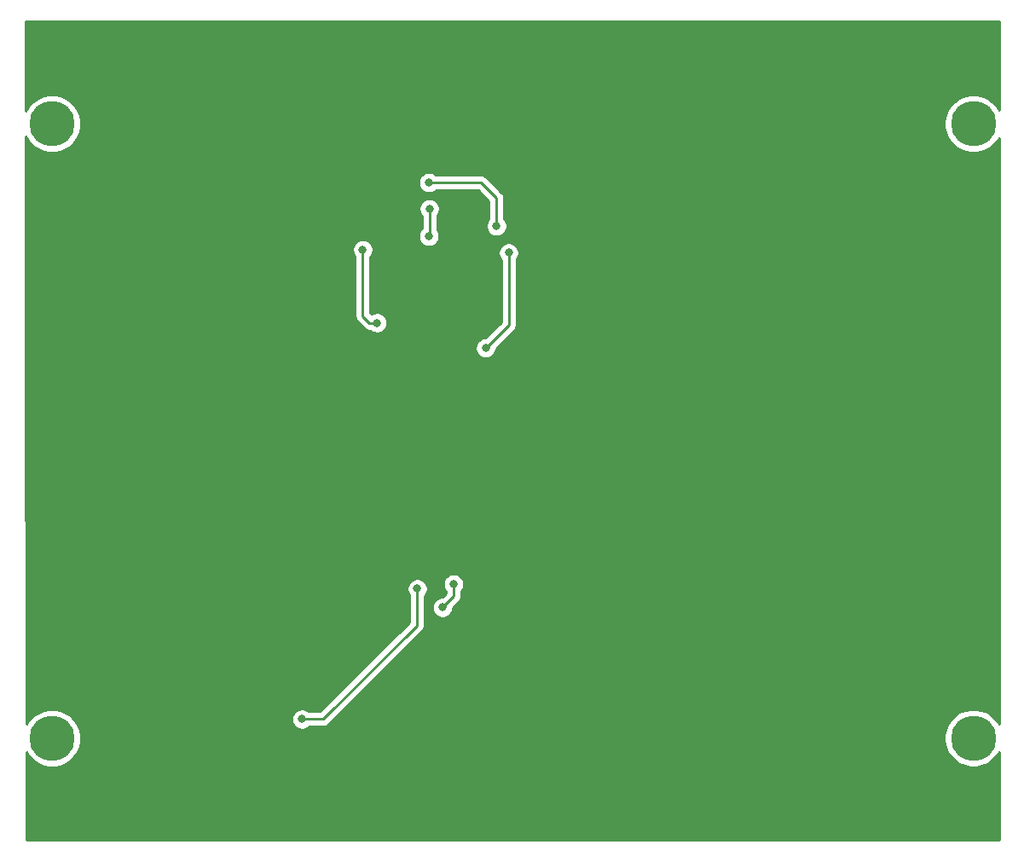
<source format=gbr>
G04 #@! TF.GenerationSoftware,KiCad,Pcbnew,(5.1.2)-2*
G04 #@! TF.CreationDate,2021-12-15T08:56:33-03:00*
G04 #@! TF.ProjectId,MAG_Plus,4d41475f-506c-4757-932e-6b696361645f,rev?*
G04 #@! TF.SameCoordinates,Original*
G04 #@! TF.FileFunction,Copper,L1,Top*
G04 #@! TF.FilePolarity,Positive*
%FSLAX46Y46*%
G04 Gerber Fmt 4.6, Leading zero omitted, Abs format (unit mm)*
G04 Created by KiCad (PCBNEW (5.1.2)-2) date 2021-12-15 08:56:33*
%MOMM*%
%LPD*%
G04 APERTURE LIST*
%ADD10C,4.500000*%
%ADD11C,0.800000*%
%ADD12C,0.250000*%
%ADD13C,0.254000*%
G04 APERTURE END LIST*
D10*
X15260000Y-22800000D03*
X106760000Y-83800000D03*
X15260000Y-83810000D03*
X106760000Y-22800000D03*
D11*
X54049998Y-70820000D03*
X55149998Y-68520000D03*
X40100000Y-81920000D03*
X51550000Y-68970000D03*
X58340000Y-45070000D03*
X52750000Y-31230000D03*
X52690000Y-33980000D03*
X59410000Y-32950000D03*
X52690000Y-28640000D03*
X60624990Y-35600000D03*
X46130000Y-35300000D03*
X47550000Y-42570000D03*
D12*
X55149998Y-69085685D02*
X55149998Y-68520000D01*
X55149998Y-69720000D02*
X55149998Y-69085685D01*
X54049998Y-70820000D02*
X55149998Y-69720000D01*
X51500000Y-69020000D02*
X51550000Y-68970000D01*
X51500000Y-72620000D02*
X51500000Y-69020000D01*
X40100000Y-81920000D02*
X42200000Y-81920000D01*
X42200000Y-81920000D02*
X51500000Y-72620000D01*
X52750000Y-31230000D02*
X52750000Y-33920000D01*
X52750000Y-33920000D02*
X52690000Y-33980000D01*
X57890000Y-28640000D02*
X52690000Y-28640000D01*
X59420000Y-30170000D02*
X57890000Y-28640000D01*
X59420000Y-30300000D02*
X59420000Y-30170000D01*
X59410000Y-32950000D02*
X59410000Y-30310000D01*
X59410000Y-30310000D02*
X59420000Y-30300000D01*
X60624990Y-36165685D02*
X60624990Y-35600000D01*
X60624990Y-42785010D02*
X60624990Y-36165685D01*
X58340000Y-45070000D02*
X60624990Y-42785010D01*
X46810000Y-42570000D02*
X47550000Y-42570000D01*
X46130000Y-35300000D02*
X46130000Y-41890000D01*
X46130000Y-41890000D02*
X46810000Y-42570000D01*
D13*
G36*
X109300000Y-21408516D02*
G01*
X109000926Y-20960920D01*
X108599080Y-20559074D01*
X108126560Y-20243346D01*
X107601523Y-20025869D01*
X107044148Y-19915000D01*
X106475852Y-19915000D01*
X105918477Y-20025869D01*
X105393440Y-20243346D01*
X104920920Y-20559074D01*
X104519074Y-20960920D01*
X104203346Y-21433440D01*
X103985869Y-21958477D01*
X103875000Y-22515852D01*
X103875000Y-23084148D01*
X103985869Y-23641523D01*
X104203346Y-24166560D01*
X104519074Y-24639080D01*
X104920920Y-25040926D01*
X105393440Y-25356654D01*
X105918477Y-25574131D01*
X106475852Y-25685000D01*
X107044148Y-25685000D01*
X107601523Y-25574131D01*
X108126560Y-25356654D01*
X108599080Y-25040926D01*
X109000926Y-24639080D01*
X109300000Y-24191484D01*
X109300001Y-82408517D01*
X109000926Y-81960920D01*
X108599080Y-81559074D01*
X108126560Y-81243346D01*
X107601523Y-81025869D01*
X107044148Y-80915000D01*
X106475852Y-80915000D01*
X105918477Y-81025869D01*
X105393440Y-81243346D01*
X104920920Y-81559074D01*
X104519074Y-81960920D01*
X104203346Y-82433440D01*
X103985869Y-82958477D01*
X103875000Y-83515852D01*
X103875000Y-84084148D01*
X103985869Y-84641523D01*
X104203346Y-85166560D01*
X104519074Y-85639080D01*
X104920920Y-86040926D01*
X105393440Y-86356654D01*
X105918477Y-86574131D01*
X106475852Y-86685000D01*
X107044148Y-86685000D01*
X107601523Y-86574131D01*
X108126560Y-86356654D01*
X108599080Y-86040926D01*
X109000926Y-85639080D01*
X109300001Y-85191483D01*
X109300001Y-93940000D01*
X12719568Y-93940000D01*
X12713843Y-85192270D01*
X13019074Y-85649080D01*
X13420920Y-86050926D01*
X13893440Y-86366654D01*
X14418477Y-86584131D01*
X14975852Y-86695000D01*
X15544148Y-86695000D01*
X16101523Y-86584131D01*
X16626560Y-86366654D01*
X17099080Y-86050926D01*
X17500926Y-85649080D01*
X17816654Y-85176560D01*
X18034131Y-84651523D01*
X18145000Y-84094148D01*
X18145000Y-83525852D01*
X18034131Y-82968477D01*
X17816654Y-82443440D01*
X17500926Y-81970920D01*
X17348067Y-81818061D01*
X39065000Y-81818061D01*
X39065000Y-82021939D01*
X39104774Y-82221898D01*
X39182795Y-82410256D01*
X39296063Y-82579774D01*
X39440226Y-82723937D01*
X39609744Y-82837205D01*
X39798102Y-82915226D01*
X39998061Y-82955000D01*
X40201939Y-82955000D01*
X40401898Y-82915226D01*
X40590256Y-82837205D01*
X40759774Y-82723937D01*
X40803711Y-82680000D01*
X42162678Y-82680000D01*
X42200000Y-82683676D01*
X42237322Y-82680000D01*
X42237333Y-82680000D01*
X42348986Y-82669003D01*
X42492247Y-82625546D01*
X42624276Y-82554974D01*
X42740001Y-82460001D01*
X42763804Y-82430997D01*
X52011004Y-73183798D01*
X52040001Y-73160001D01*
X52066332Y-73127917D01*
X52134974Y-73044277D01*
X52205546Y-72912247D01*
X52205546Y-72912246D01*
X52249003Y-72768986D01*
X52260000Y-72657333D01*
X52260000Y-72657324D01*
X52263676Y-72620001D01*
X52260000Y-72582678D01*
X52260000Y-70718061D01*
X53014998Y-70718061D01*
X53014998Y-70921939D01*
X53054772Y-71121898D01*
X53132793Y-71310256D01*
X53246061Y-71479774D01*
X53390224Y-71623937D01*
X53559742Y-71737205D01*
X53748100Y-71815226D01*
X53948059Y-71855000D01*
X54151937Y-71855000D01*
X54351896Y-71815226D01*
X54540254Y-71737205D01*
X54709772Y-71623937D01*
X54853935Y-71479774D01*
X54967203Y-71310256D01*
X55045224Y-71121898D01*
X55084998Y-70921939D01*
X55084998Y-70859801D01*
X55661002Y-70283798D01*
X55689999Y-70260001D01*
X55716330Y-70227917D01*
X55784972Y-70144277D01*
X55855544Y-70012247D01*
X55893474Y-69887205D01*
X55899001Y-69868986D01*
X55909998Y-69757333D01*
X55909998Y-69757323D01*
X55913674Y-69720000D01*
X55909998Y-69682677D01*
X55909998Y-69223711D01*
X55953935Y-69179774D01*
X56067203Y-69010256D01*
X56145224Y-68821898D01*
X56184998Y-68621939D01*
X56184998Y-68418061D01*
X56145224Y-68218102D01*
X56067203Y-68029744D01*
X55953935Y-67860226D01*
X55809772Y-67716063D01*
X55640254Y-67602795D01*
X55451896Y-67524774D01*
X55251937Y-67485000D01*
X55048059Y-67485000D01*
X54848100Y-67524774D01*
X54659742Y-67602795D01*
X54490224Y-67716063D01*
X54346061Y-67860226D01*
X54232793Y-68029744D01*
X54154772Y-68218102D01*
X54114998Y-68418061D01*
X54114998Y-68621939D01*
X54154772Y-68821898D01*
X54232793Y-69010256D01*
X54346061Y-69179774D01*
X54389998Y-69223711D01*
X54389998Y-69405198D01*
X54010197Y-69785000D01*
X53948059Y-69785000D01*
X53748100Y-69824774D01*
X53559742Y-69902795D01*
X53390224Y-70016063D01*
X53246061Y-70160226D01*
X53132793Y-70329744D01*
X53054772Y-70518102D01*
X53014998Y-70718061D01*
X52260000Y-70718061D01*
X52260000Y-69723711D01*
X52353937Y-69629774D01*
X52467205Y-69460256D01*
X52545226Y-69271898D01*
X52585000Y-69071939D01*
X52585000Y-68868061D01*
X52545226Y-68668102D01*
X52467205Y-68479744D01*
X52353937Y-68310226D01*
X52209774Y-68166063D01*
X52040256Y-68052795D01*
X51851898Y-67974774D01*
X51651939Y-67935000D01*
X51448061Y-67935000D01*
X51248102Y-67974774D01*
X51059744Y-68052795D01*
X50890226Y-68166063D01*
X50746063Y-68310226D01*
X50632795Y-68479744D01*
X50554774Y-68668102D01*
X50515000Y-68868061D01*
X50515000Y-69071939D01*
X50554774Y-69271898D01*
X50632795Y-69460256D01*
X50740001Y-69620701D01*
X50740000Y-72305198D01*
X41885199Y-81160000D01*
X40803711Y-81160000D01*
X40759774Y-81116063D01*
X40590256Y-81002795D01*
X40401898Y-80924774D01*
X40201939Y-80885000D01*
X39998061Y-80885000D01*
X39798102Y-80924774D01*
X39609744Y-81002795D01*
X39440226Y-81116063D01*
X39296063Y-81260226D01*
X39182795Y-81429744D01*
X39104774Y-81618102D01*
X39065000Y-81818061D01*
X17348067Y-81818061D01*
X17099080Y-81569074D01*
X16626560Y-81253346D01*
X16101523Y-81035869D01*
X15544148Y-80925000D01*
X14975852Y-80925000D01*
X14418477Y-81035869D01*
X13893440Y-81253346D01*
X13420920Y-81569074D01*
X13019074Y-81970920D01*
X12712035Y-82430436D01*
X12710020Y-79351883D01*
X12710030Y-79351784D01*
X12710000Y-79320123D01*
X12709978Y-79287150D01*
X12709968Y-79287047D01*
X12676995Y-44968061D01*
X57305000Y-44968061D01*
X57305000Y-45171939D01*
X57344774Y-45371898D01*
X57422795Y-45560256D01*
X57536063Y-45729774D01*
X57680226Y-45873937D01*
X57849744Y-45987205D01*
X58038102Y-46065226D01*
X58238061Y-46105000D01*
X58441939Y-46105000D01*
X58641898Y-46065226D01*
X58830256Y-45987205D01*
X58999774Y-45873937D01*
X59143937Y-45729774D01*
X59257205Y-45560256D01*
X59335226Y-45371898D01*
X59375000Y-45171939D01*
X59375000Y-45109801D01*
X61135994Y-43348808D01*
X61164991Y-43325011D01*
X61259964Y-43209286D01*
X61330536Y-43077257D01*
X61373993Y-42933996D01*
X61384990Y-42822343D01*
X61384990Y-42822333D01*
X61388666Y-42785010D01*
X61384990Y-42747687D01*
X61384990Y-36303711D01*
X61428927Y-36259774D01*
X61542195Y-36090256D01*
X61620216Y-35901898D01*
X61659990Y-35701939D01*
X61659990Y-35498061D01*
X61620216Y-35298102D01*
X61542195Y-35109744D01*
X61428927Y-34940226D01*
X61284764Y-34796063D01*
X61115246Y-34682795D01*
X60926888Y-34604774D01*
X60726929Y-34565000D01*
X60523051Y-34565000D01*
X60323092Y-34604774D01*
X60134734Y-34682795D01*
X59965216Y-34796063D01*
X59821053Y-34940226D01*
X59707785Y-35109744D01*
X59629764Y-35298102D01*
X59589990Y-35498061D01*
X59589990Y-35701939D01*
X59629764Y-35901898D01*
X59707785Y-36090256D01*
X59821053Y-36259774D01*
X59864991Y-36303712D01*
X59864990Y-42470208D01*
X58300199Y-44035000D01*
X58238061Y-44035000D01*
X58038102Y-44074774D01*
X57849744Y-44152795D01*
X57680226Y-44266063D01*
X57536063Y-44410226D01*
X57422795Y-44579744D01*
X57344774Y-44768102D01*
X57305000Y-44968061D01*
X12676995Y-44968061D01*
X12667608Y-35198061D01*
X45095000Y-35198061D01*
X45095000Y-35401939D01*
X45134774Y-35601898D01*
X45212795Y-35790256D01*
X45326063Y-35959774D01*
X45370000Y-36003711D01*
X45370001Y-41852668D01*
X45366324Y-41890000D01*
X45380998Y-42038985D01*
X45424454Y-42182246D01*
X45495026Y-42314276D01*
X45533154Y-42360734D01*
X45590000Y-42430001D01*
X45618998Y-42453799D01*
X46246201Y-43081002D01*
X46269999Y-43110001D01*
X46385724Y-43204974D01*
X46517753Y-43275546D01*
X46661014Y-43319003D01*
X46772667Y-43330000D01*
X46772676Y-43330000D01*
X46809999Y-43333676D01*
X46846382Y-43330093D01*
X46890226Y-43373937D01*
X47059744Y-43487205D01*
X47248102Y-43565226D01*
X47448061Y-43605000D01*
X47651939Y-43605000D01*
X47851898Y-43565226D01*
X48040256Y-43487205D01*
X48209774Y-43373937D01*
X48353937Y-43229774D01*
X48467205Y-43060256D01*
X48545226Y-42871898D01*
X48585000Y-42671939D01*
X48585000Y-42468061D01*
X48545226Y-42268102D01*
X48467205Y-42079744D01*
X48353937Y-41910226D01*
X48209774Y-41766063D01*
X48040256Y-41652795D01*
X47851898Y-41574774D01*
X47651939Y-41535000D01*
X47448061Y-41535000D01*
X47248102Y-41574774D01*
X47059744Y-41652795D01*
X47004506Y-41689704D01*
X46890000Y-41575199D01*
X46890000Y-36003711D01*
X46933937Y-35959774D01*
X47047205Y-35790256D01*
X47125226Y-35601898D01*
X47165000Y-35401939D01*
X47165000Y-35198061D01*
X47125226Y-34998102D01*
X47047205Y-34809744D01*
X46933937Y-34640226D01*
X46789774Y-34496063D01*
X46620256Y-34382795D01*
X46431898Y-34304774D01*
X46231939Y-34265000D01*
X46028061Y-34265000D01*
X45828102Y-34304774D01*
X45639744Y-34382795D01*
X45470226Y-34496063D01*
X45326063Y-34640226D01*
X45212795Y-34809744D01*
X45134774Y-34998102D01*
X45095000Y-35198061D01*
X12667608Y-35198061D01*
X12666340Y-33878061D01*
X51655000Y-33878061D01*
X51655000Y-34081939D01*
X51694774Y-34281898D01*
X51772795Y-34470256D01*
X51886063Y-34639774D01*
X52030226Y-34783937D01*
X52199744Y-34897205D01*
X52388102Y-34975226D01*
X52588061Y-35015000D01*
X52791939Y-35015000D01*
X52991898Y-34975226D01*
X53180256Y-34897205D01*
X53349774Y-34783937D01*
X53493937Y-34639774D01*
X53607205Y-34470256D01*
X53685226Y-34281898D01*
X53725000Y-34081939D01*
X53725000Y-33878061D01*
X53685226Y-33678102D01*
X53607205Y-33489744D01*
X53510000Y-33344266D01*
X53510000Y-31933711D01*
X53553937Y-31889774D01*
X53667205Y-31720256D01*
X53745226Y-31531898D01*
X53785000Y-31331939D01*
X53785000Y-31128061D01*
X53745226Y-30928102D01*
X53667205Y-30739744D01*
X53553937Y-30570226D01*
X53409774Y-30426063D01*
X53240256Y-30312795D01*
X53051898Y-30234774D01*
X52851939Y-30195000D01*
X52648061Y-30195000D01*
X52448102Y-30234774D01*
X52259744Y-30312795D01*
X52090226Y-30426063D01*
X51946063Y-30570226D01*
X51832795Y-30739744D01*
X51754774Y-30928102D01*
X51715000Y-31128061D01*
X51715000Y-31331939D01*
X51754774Y-31531898D01*
X51832795Y-31720256D01*
X51946063Y-31889774D01*
X51990000Y-31933711D01*
X51990001Y-33216288D01*
X51886063Y-33320226D01*
X51772795Y-33489744D01*
X51694774Y-33678102D01*
X51655000Y-33878061D01*
X12666340Y-33878061D01*
X12661209Y-28538061D01*
X51655000Y-28538061D01*
X51655000Y-28741939D01*
X51694774Y-28941898D01*
X51772795Y-29130256D01*
X51886063Y-29299774D01*
X52030226Y-29443937D01*
X52199744Y-29557205D01*
X52388102Y-29635226D01*
X52588061Y-29675000D01*
X52791939Y-29675000D01*
X52991898Y-29635226D01*
X53180256Y-29557205D01*
X53349774Y-29443937D01*
X53393711Y-29400000D01*
X57575199Y-29400000D01*
X58650001Y-30474803D01*
X58650000Y-32246289D01*
X58606063Y-32290226D01*
X58492795Y-32459744D01*
X58414774Y-32648102D01*
X58375000Y-32848061D01*
X58375000Y-33051939D01*
X58414774Y-33251898D01*
X58492795Y-33440256D01*
X58606063Y-33609774D01*
X58750226Y-33753937D01*
X58919744Y-33867205D01*
X59108102Y-33945226D01*
X59308061Y-33985000D01*
X59511939Y-33985000D01*
X59711898Y-33945226D01*
X59900256Y-33867205D01*
X60069774Y-33753937D01*
X60213937Y-33609774D01*
X60327205Y-33440256D01*
X60405226Y-33251898D01*
X60445000Y-33051939D01*
X60445000Y-32848061D01*
X60405226Y-32648102D01*
X60327205Y-32459744D01*
X60213937Y-32290226D01*
X60170000Y-32246289D01*
X60170000Y-30438863D01*
X60180000Y-30337333D01*
X60180000Y-30337323D01*
X60183676Y-30300001D01*
X60180000Y-30262678D01*
X60180000Y-30207325D01*
X60183676Y-30170000D01*
X60180000Y-30132675D01*
X60180000Y-30132668D01*
X60169003Y-30021015D01*
X60168014Y-30017753D01*
X60125546Y-29877753D01*
X60054974Y-29745724D01*
X59983799Y-29658997D01*
X59960001Y-29629999D01*
X59931003Y-29606201D01*
X58453804Y-28129003D01*
X58430001Y-28099999D01*
X58314276Y-28005026D01*
X58182247Y-27934454D01*
X58038986Y-27890997D01*
X57927333Y-27880000D01*
X57927322Y-27880000D01*
X57890000Y-27876324D01*
X57852678Y-27880000D01*
X53393711Y-27880000D01*
X53349774Y-27836063D01*
X53180256Y-27722795D01*
X52991898Y-27644774D01*
X52791939Y-27605000D01*
X52588061Y-27605000D01*
X52388102Y-27644774D01*
X52199744Y-27722795D01*
X52030226Y-27836063D01*
X51886063Y-27980226D01*
X51772795Y-28149744D01*
X51694774Y-28338102D01*
X51655000Y-28538061D01*
X12661209Y-28538061D01*
X12660000Y-27280253D01*
X12660000Y-24061913D01*
X12703346Y-24166560D01*
X13019074Y-24639080D01*
X13420920Y-25040926D01*
X13893440Y-25356654D01*
X14418477Y-25574131D01*
X14975852Y-25685000D01*
X15544148Y-25685000D01*
X16101523Y-25574131D01*
X16626560Y-25356654D01*
X17099080Y-25040926D01*
X17500926Y-24639080D01*
X17816654Y-24166560D01*
X18034131Y-23641523D01*
X18145000Y-23084148D01*
X18145000Y-22515852D01*
X18034131Y-21958477D01*
X17816654Y-21433440D01*
X17500926Y-20960920D01*
X17099080Y-20559074D01*
X16626560Y-20243346D01*
X16101523Y-20025869D01*
X15544148Y-19915000D01*
X14975852Y-19915000D01*
X14418477Y-20025869D01*
X13893440Y-20243346D01*
X13420920Y-20559074D01*
X13019074Y-20960920D01*
X12703346Y-21433440D01*
X12660000Y-21538087D01*
X12660000Y-12660000D01*
X109300000Y-12660000D01*
X109300000Y-21408516D01*
X109300000Y-21408516D01*
G37*
X109300000Y-21408516D02*
X109000926Y-20960920D01*
X108599080Y-20559074D01*
X108126560Y-20243346D01*
X107601523Y-20025869D01*
X107044148Y-19915000D01*
X106475852Y-19915000D01*
X105918477Y-20025869D01*
X105393440Y-20243346D01*
X104920920Y-20559074D01*
X104519074Y-20960920D01*
X104203346Y-21433440D01*
X103985869Y-21958477D01*
X103875000Y-22515852D01*
X103875000Y-23084148D01*
X103985869Y-23641523D01*
X104203346Y-24166560D01*
X104519074Y-24639080D01*
X104920920Y-25040926D01*
X105393440Y-25356654D01*
X105918477Y-25574131D01*
X106475852Y-25685000D01*
X107044148Y-25685000D01*
X107601523Y-25574131D01*
X108126560Y-25356654D01*
X108599080Y-25040926D01*
X109000926Y-24639080D01*
X109300000Y-24191484D01*
X109300001Y-82408517D01*
X109000926Y-81960920D01*
X108599080Y-81559074D01*
X108126560Y-81243346D01*
X107601523Y-81025869D01*
X107044148Y-80915000D01*
X106475852Y-80915000D01*
X105918477Y-81025869D01*
X105393440Y-81243346D01*
X104920920Y-81559074D01*
X104519074Y-81960920D01*
X104203346Y-82433440D01*
X103985869Y-82958477D01*
X103875000Y-83515852D01*
X103875000Y-84084148D01*
X103985869Y-84641523D01*
X104203346Y-85166560D01*
X104519074Y-85639080D01*
X104920920Y-86040926D01*
X105393440Y-86356654D01*
X105918477Y-86574131D01*
X106475852Y-86685000D01*
X107044148Y-86685000D01*
X107601523Y-86574131D01*
X108126560Y-86356654D01*
X108599080Y-86040926D01*
X109000926Y-85639080D01*
X109300001Y-85191483D01*
X109300001Y-93940000D01*
X12719568Y-93940000D01*
X12713843Y-85192270D01*
X13019074Y-85649080D01*
X13420920Y-86050926D01*
X13893440Y-86366654D01*
X14418477Y-86584131D01*
X14975852Y-86695000D01*
X15544148Y-86695000D01*
X16101523Y-86584131D01*
X16626560Y-86366654D01*
X17099080Y-86050926D01*
X17500926Y-85649080D01*
X17816654Y-85176560D01*
X18034131Y-84651523D01*
X18145000Y-84094148D01*
X18145000Y-83525852D01*
X18034131Y-82968477D01*
X17816654Y-82443440D01*
X17500926Y-81970920D01*
X17348067Y-81818061D01*
X39065000Y-81818061D01*
X39065000Y-82021939D01*
X39104774Y-82221898D01*
X39182795Y-82410256D01*
X39296063Y-82579774D01*
X39440226Y-82723937D01*
X39609744Y-82837205D01*
X39798102Y-82915226D01*
X39998061Y-82955000D01*
X40201939Y-82955000D01*
X40401898Y-82915226D01*
X40590256Y-82837205D01*
X40759774Y-82723937D01*
X40803711Y-82680000D01*
X42162678Y-82680000D01*
X42200000Y-82683676D01*
X42237322Y-82680000D01*
X42237333Y-82680000D01*
X42348986Y-82669003D01*
X42492247Y-82625546D01*
X42624276Y-82554974D01*
X42740001Y-82460001D01*
X42763804Y-82430997D01*
X52011004Y-73183798D01*
X52040001Y-73160001D01*
X52066332Y-73127917D01*
X52134974Y-73044277D01*
X52205546Y-72912247D01*
X52205546Y-72912246D01*
X52249003Y-72768986D01*
X52260000Y-72657333D01*
X52260000Y-72657324D01*
X52263676Y-72620001D01*
X52260000Y-72582678D01*
X52260000Y-70718061D01*
X53014998Y-70718061D01*
X53014998Y-70921939D01*
X53054772Y-71121898D01*
X53132793Y-71310256D01*
X53246061Y-71479774D01*
X53390224Y-71623937D01*
X53559742Y-71737205D01*
X53748100Y-71815226D01*
X53948059Y-71855000D01*
X54151937Y-71855000D01*
X54351896Y-71815226D01*
X54540254Y-71737205D01*
X54709772Y-71623937D01*
X54853935Y-71479774D01*
X54967203Y-71310256D01*
X55045224Y-71121898D01*
X55084998Y-70921939D01*
X55084998Y-70859801D01*
X55661002Y-70283798D01*
X55689999Y-70260001D01*
X55716330Y-70227917D01*
X55784972Y-70144277D01*
X55855544Y-70012247D01*
X55893474Y-69887205D01*
X55899001Y-69868986D01*
X55909998Y-69757333D01*
X55909998Y-69757323D01*
X55913674Y-69720000D01*
X55909998Y-69682677D01*
X55909998Y-69223711D01*
X55953935Y-69179774D01*
X56067203Y-69010256D01*
X56145224Y-68821898D01*
X56184998Y-68621939D01*
X56184998Y-68418061D01*
X56145224Y-68218102D01*
X56067203Y-68029744D01*
X55953935Y-67860226D01*
X55809772Y-67716063D01*
X55640254Y-67602795D01*
X55451896Y-67524774D01*
X55251937Y-67485000D01*
X55048059Y-67485000D01*
X54848100Y-67524774D01*
X54659742Y-67602795D01*
X54490224Y-67716063D01*
X54346061Y-67860226D01*
X54232793Y-68029744D01*
X54154772Y-68218102D01*
X54114998Y-68418061D01*
X54114998Y-68621939D01*
X54154772Y-68821898D01*
X54232793Y-69010256D01*
X54346061Y-69179774D01*
X54389998Y-69223711D01*
X54389998Y-69405198D01*
X54010197Y-69785000D01*
X53948059Y-69785000D01*
X53748100Y-69824774D01*
X53559742Y-69902795D01*
X53390224Y-70016063D01*
X53246061Y-70160226D01*
X53132793Y-70329744D01*
X53054772Y-70518102D01*
X53014998Y-70718061D01*
X52260000Y-70718061D01*
X52260000Y-69723711D01*
X52353937Y-69629774D01*
X52467205Y-69460256D01*
X52545226Y-69271898D01*
X52585000Y-69071939D01*
X52585000Y-68868061D01*
X52545226Y-68668102D01*
X52467205Y-68479744D01*
X52353937Y-68310226D01*
X52209774Y-68166063D01*
X52040256Y-68052795D01*
X51851898Y-67974774D01*
X51651939Y-67935000D01*
X51448061Y-67935000D01*
X51248102Y-67974774D01*
X51059744Y-68052795D01*
X50890226Y-68166063D01*
X50746063Y-68310226D01*
X50632795Y-68479744D01*
X50554774Y-68668102D01*
X50515000Y-68868061D01*
X50515000Y-69071939D01*
X50554774Y-69271898D01*
X50632795Y-69460256D01*
X50740001Y-69620701D01*
X50740000Y-72305198D01*
X41885199Y-81160000D01*
X40803711Y-81160000D01*
X40759774Y-81116063D01*
X40590256Y-81002795D01*
X40401898Y-80924774D01*
X40201939Y-80885000D01*
X39998061Y-80885000D01*
X39798102Y-80924774D01*
X39609744Y-81002795D01*
X39440226Y-81116063D01*
X39296063Y-81260226D01*
X39182795Y-81429744D01*
X39104774Y-81618102D01*
X39065000Y-81818061D01*
X17348067Y-81818061D01*
X17099080Y-81569074D01*
X16626560Y-81253346D01*
X16101523Y-81035869D01*
X15544148Y-80925000D01*
X14975852Y-80925000D01*
X14418477Y-81035869D01*
X13893440Y-81253346D01*
X13420920Y-81569074D01*
X13019074Y-81970920D01*
X12712035Y-82430436D01*
X12710020Y-79351883D01*
X12710030Y-79351784D01*
X12710000Y-79320123D01*
X12709978Y-79287150D01*
X12709968Y-79287047D01*
X12676995Y-44968061D01*
X57305000Y-44968061D01*
X57305000Y-45171939D01*
X57344774Y-45371898D01*
X57422795Y-45560256D01*
X57536063Y-45729774D01*
X57680226Y-45873937D01*
X57849744Y-45987205D01*
X58038102Y-46065226D01*
X58238061Y-46105000D01*
X58441939Y-46105000D01*
X58641898Y-46065226D01*
X58830256Y-45987205D01*
X58999774Y-45873937D01*
X59143937Y-45729774D01*
X59257205Y-45560256D01*
X59335226Y-45371898D01*
X59375000Y-45171939D01*
X59375000Y-45109801D01*
X61135994Y-43348808D01*
X61164991Y-43325011D01*
X61259964Y-43209286D01*
X61330536Y-43077257D01*
X61373993Y-42933996D01*
X61384990Y-42822343D01*
X61384990Y-42822333D01*
X61388666Y-42785010D01*
X61384990Y-42747687D01*
X61384990Y-36303711D01*
X61428927Y-36259774D01*
X61542195Y-36090256D01*
X61620216Y-35901898D01*
X61659990Y-35701939D01*
X61659990Y-35498061D01*
X61620216Y-35298102D01*
X61542195Y-35109744D01*
X61428927Y-34940226D01*
X61284764Y-34796063D01*
X61115246Y-34682795D01*
X60926888Y-34604774D01*
X60726929Y-34565000D01*
X60523051Y-34565000D01*
X60323092Y-34604774D01*
X60134734Y-34682795D01*
X59965216Y-34796063D01*
X59821053Y-34940226D01*
X59707785Y-35109744D01*
X59629764Y-35298102D01*
X59589990Y-35498061D01*
X59589990Y-35701939D01*
X59629764Y-35901898D01*
X59707785Y-36090256D01*
X59821053Y-36259774D01*
X59864991Y-36303712D01*
X59864990Y-42470208D01*
X58300199Y-44035000D01*
X58238061Y-44035000D01*
X58038102Y-44074774D01*
X57849744Y-44152795D01*
X57680226Y-44266063D01*
X57536063Y-44410226D01*
X57422795Y-44579744D01*
X57344774Y-44768102D01*
X57305000Y-44968061D01*
X12676995Y-44968061D01*
X12667608Y-35198061D01*
X45095000Y-35198061D01*
X45095000Y-35401939D01*
X45134774Y-35601898D01*
X45212795Y-35790256D01*
X45326063Y-35959774D01*
X45370000Y-36003711D01*
X45370001Y-41852668D01*
X45366324Y-41890000D01*
X45380998Y-42038985D01*
X45424454Y-42182246D01*
X45495026Y-42314276D01*
X45533154Y-42360734D01*
X45590000Y-42430001D01*
X45618998Y-42453799D01*
X46246201Y-43081002D01*
X46269999Y-43110001D01*
X46385724Y-43204974D01*
X46517753Y-43275546D01*
X46661014Y-43319003D01*
X46772667Y-43330000D01*
X46772676Y-43330000D01*
X46809999Y-43333676D01*
X46846382Y-43330093D01*
X46890226Y-43373937D01*
X47059744Y-43487205D01*
X47248102Y-43565226D01*
X47448061Y-43605000D01*
X47651939Y-43605000D01*
X47851898Y-43565226D01*
X48040256Y-43487205D01*
X48209774Y-43373937D01*
X48353937Y-43229774D01*
X48467205Y-43060256D01*
X48545226Y-42871898D01*
X48585000Y-42671939D01*
X48585000Y-42468061D01*
X48545226Y-42268102D01*
X48467205Y-42079744D01*
X48353937Y-41910226D01*
X48209774Y-41766063D01*
X48040256Y-41652795D01*
X47851898Y-41574774D01*
X47651939Y-41535000D01*
X47448061Y-41535000D01*
X47248102Y-41574774D01*
X47059744Y-41652795D01*
X47004506Y-41689704D01*
X46890000Y-41575199D01*
X46890000Y-36003711D01*
X46933937Y-35959774D01*
X47047205Y-35790256D01*
X47125226Y-35601898D01*
X47165000Y-35401939D01*
X47165000Y-35198061D01*
X47125226Y-34998102D01*
X47047205Y-34809744D01*
X46933937Y-34640226D01*
X46789774Y-34496063D01*
X46620256Y-34382795D01*
X46431898Y-34304774D01*
X46231939Y-34265000D01*
X46028061Y-34265000D01*
X45828102Y-34304774D01*
X45639744Y-34382795D01*
X45470226Y-34496063D01*
X45326063Y-34640226D01*
X45212795Y-34809744D01*
X45134774Y-34998102D01*
X45095000Y-35198061D01*
X12667608Y-35198061D01*
X12666340Y-33878061D01*
X51655000Y-33878061D01*
X51655000Y-34081939D01*
X51694774Y-34281898D01*
X51772795Y-34470256D01*
X51886063Y-34639774D01*
X52030226Y-34783937D01*
X52199744Y-34897205D01*
X52388102Y-34975226D01*
X52588061Y-35015000D01*
X52791939Y-35015000D01*
X52991898Y-34975226D01*
X53180256Y-34897205D01*
X53349774Y-34783937D01*
X53493937Y-34639774D01*
X53607205Y-34470256D01*
X53685226Y-34281898D01*
X53725000Y-34081939D01*
X53725000Y-33878061D01*
X53685226Y-33678102D01*
X53607205Y-33489744D01*
X53510000Y-33344266D01*
X53510000Y-31933711D01*
X53553937Y-31889774D01*
X53667205Y-31720256D01*
X53745226Y-31531898D01*
X53785000Y-31331939D01*
X53785000Y-31128061D01*
X53745226Y-30928102D01*
X53667205Y-30739744D01*
X53553937Y-30570226D01*
X53409774Y-30426063D01*
X53240256Y-30312795D01*
X53051898Y-30234774D01*
X52851939Y-30195000D01*
X52648061Y-30195000D01*
X52448102Y-30234774D01*
X52259744Y-30312795D01*
X52090226Y-30426063D01*
X51946063Y-30570226D01*
X51832795Y-30739744D01*
X51754774Y-30928102D01*
X51715000Y-31128061D01*
X51715000Y-31331939D01*
X51754774Y-31531898D01*
X51832795Y-31720256D01*
X51946063Y-31889774D01*
X51990000Y-31933711D01*
X51990001Y-33216288D01*
X51886063Y-33320226D01*
X51772795Y-33489744D01*
X51694774Y-33678102D01*
X51655000Y-33878061D01*
X12666340Y-33878061D01*
X12661209Y-28538061D01*
X51655000Y-28538061D01*
X51655000Y-28741939D01*
X51694774Y-28941898D01*
X51772795Y-29130256D01*
X51886063Y-29299774D01*
X52030226Y-29443937D01*
X52199744Y-29557205D01*
X52388102Y-29635226D01*
X52588061Y-29675000D01*
X52791939Y-29675000D01*
X52991898Y-29635226D01*
X53180256Y-29557205D01*
X53349774Y-29443937D01*
X53393711Y-29400000D01*
X57575199Y-29400000D01*
X58650001Y-30474803D01*
X58650000Y-32246289D01*
X58606063Y-32290226D01*
X58492795Y-32459744D01*
X58414774Y-32648102D01*
X58375000Y-32848061D01*
X58375000Y-33051939D01*
X58414774Y-33251898D01*
X58492795Y-33440256D01*
X58606063Y-33609774D01*
X58750226Y-33753937D01*
X58919744Y-33867205D01*
X59108102Y-33945226D01*
X59308061Y-33985000D01*
X59511939Y-33985000D01*
X59711898Y-33945226D01*
X59900256Y-33867205D01*
X60069774Y-33753937D01*
X60213937Y-33609774D01*
X60327205Y-33440256D01*
X60405226Y-33251898D01*
X60445000Y-33051939D01*
X60445000Y-32848061D01*
X60405226Y-32648102D01*
X60327205Y-32459744D01*
X60213937Y-32290226D01*
X60170000Y-32246289D01*
X60170000Y-30438863D01*
X60180000Y-30337333D01*
X60180000Y-30337323D01*
X60183676Y-30300001D01*
X60180000Y-30262678D01*
X60180000Y-30207325D01*
X60183676Y-30170000D01*
X60180000Y-30132675D01*
X60180000Y-30132668D01*
X60169003Y-30021015D01*
X60168014Y-30017753D01*
X60125546Y-29877753D01*
X60054974Y-29745724D01*
X59983799Y-29658997D01*
X59960001Y-29629999D01*
X59931003Y-29606201D01*
X58453804Y-28129003D01*
X58430001Y-28099999D01*
X58314276Y-28005026D01*
X58182247Y-27934454D01*
X58038986Y-27890997D01*
X57927333Y-27880000D01*
X57927322Y-27880000D01*
X57890000Y-27876324D01*
X57852678Y-27880000D01*
X53393711Y-27880000D01*
X53349774Y-27836063D01*
X53180256Y-27722795D01*
X52991898Y-27644774D01*
X52791939Y-27605000D01*
X52588061Y-27605000D01*
X52388102Y-27644774D01*
X52199744Y-27722795D01*
X52030226Y-27836063D01*
X51886063Y-27980226D01*
X51772795Y-28149744D01*
X51694774Y-28338102D01*
X51655000Y-28538061D01*
X12661209Y-28538061D01*
X12660000Y-27280253D01*
X12660000Y-24061913D01*
X12703346Y-24166560D01*
X13019074Y-24639080D01*
X13420920Y-25040926D01*
X13893440Y-25356654D01*
X14418477Y-25574131D01*
X14975852Y-25685000D01*
X15544148Y-25685000D01*
X16101523Y-25574131D01*
X16626560Y-25356654D01*
X17099080Y-25040926D01*
X17500926Y-24639080D01*
X17816654Y-24166560D01*
X18034131Y-23641523D01*
X18145000Y-23084148D01*
X18145000Y-22515852D01*
X18034131Y-21958477D01*
X17816654Y-21433440D01*
X17500926Y-20960920D01*
X17099080Y-20559074D01*
X16626560Y-20243346D01*
X16101523Y-20025869D01*
X15544148Y-19915000D01*
X14975852Y-19915000D01*
X14418477Y-20025869D01*
X13893440Y-20243346D01*
X13420920Y-20559074D01*
X13019074Y-20960920D01*
X12703346Y-21433440D01*
X12660000Y-21538087D01*
X12660000Y-12660000D01*
X109300000Y-12660000D01*
X109300000Y-21408516D01*
M02*

</source>
